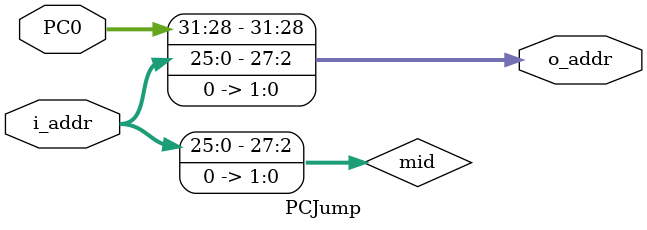
<source format=v>
`timescale 1ns / 1ps
module PCJump(PC0, i_addr, o_addr);
  input [31:0] PC0;
  input [25:0] i_addr;
  output reg[31:0] o_addr;
  reg [27:0] mid;
  always @(i_addr) begin
	 mid = i_addr << 2;
	 o_addr <= {PC0[31:28], mid[27:0]};
  end
endmodule
</source>
